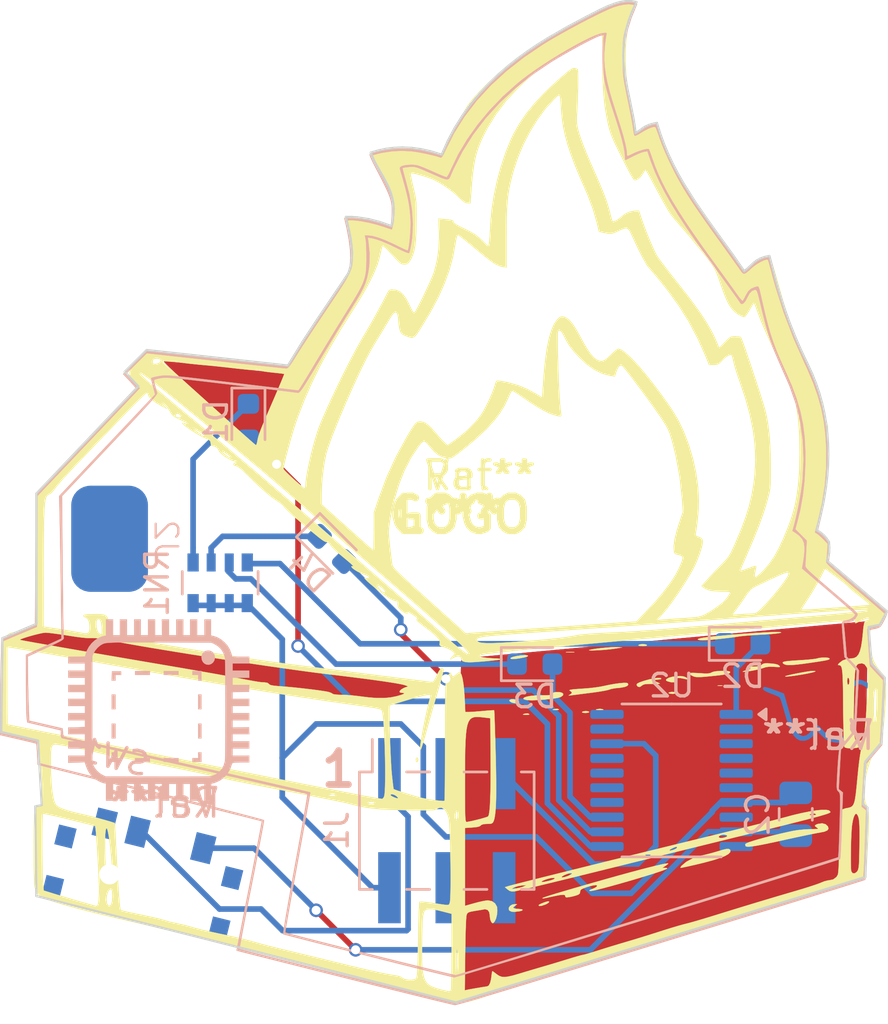
<source format=kicad_pcb>
(kicad_pcb (version 20240108) (generator "pcbnew") (generator_version "8.0")
  (layers (0 "F.Cu" signal) (31 "B.Cu" signal) (34 "B.Paste" user) (35 "F.Paste" user) (36 "B.SilkS" user "B.Silkscreen") (37 "F.SilkS" user "F.Silkscreen") (38 "B.Mask" user) (39 "F.Mask" user) (44 "Edge.Cuts" user))
  (net 0 "")
  (net 1 "A")
  (net 2 "VCC")
  (net 3 "Net-(D1-K)")
  (net 4 "D")
  (net 5 "Net-(D2-K)")
  (net 6 "+3V3")
  (net 7 "VSS")
  (net 8 "Net-(D3-K)")
  (net 9 "C")
  (net 10 "B")
  (net 11 "Net-(D4-K)")
  (net 12 "SWIO")
  (footprint "SAO:dumpsterFireMiddle" (layer "F.Cu") (at 146.5 101.5)
    (property "Reference" "Ref**" (at 0 0 0) (layer "F.SilkS") (effects (font (size 1.27 1.27))))
    (property "Value" "Val**" (at 0 0 0) (layer "F.SilkS") (effects (font (size 1.27 1.27))))
  )
  (footprint "LOGO" (layer "F.Cu") (at 145 103.25)
    (property "Reference" "G***" (at 0 0 0) (layer "F.SilkS") (effects (font (size 1.524 1.524) (thickness 0.3))))
    (property "Value" "LOGO" (at 0.75 0 0) (layer "F.SilkS") (effects (font (size 1.524 1.524) (thickness 0.3))))
  )
  (footprint "LOGO" (layer "F.Cu") (at 145 103.25)
    (property "Reference" "G***" (at 0 0 0) (layer "F.SilkS") (effects (font (size 1.524 1.524) (thickness 0.3))))
    (property "Value" "LOGO" (at 0.75 0 0) (layer "F.SilkS") (effects (font (size 1.524 1.524) (thickness 0.3))))
    (fp_poly (pts (xy -12.440219 -6.804561) (xy -12.30977 -6.794006) (xy -12.109993 -6.775831) (xy -11.848311 -6.750771) (xy -11.532148 -6.719558) (xy -11.168929 -6.682928) (xy -10.766078 -6.641614) (xy -10.33102 -6.59635) (xy -9.871177 -6.54787) (xy -9.81758 -6.542179) (xy -9.356825 -6.493268) (xy -8.921159 -6.447114) (xy -8.51785 -6.404481) (xy -8.15417 -6.366133) (xy -7.837388 -6.332834) (xy -7.574774 -6.305348) (xy -7.373599 -6.284439) (xy -7.241131 -6.270871) (xy -7.184643 -6.265408) (xy -7.183261 -6.265333) (xy -7.154833 -6.233139) (xy -7.154333 -6.225833) (xy -7.17079 -6.178838) (xy -7.217475 -6.063876) (xy -7.290356 -5.890406) (xy -7.385405 -5.667888) (xy -7.498591 -5.405782) (xy -7.625883 -5.113545) (xy -7.708933 -4.924083) (xy -7.868796 -4.559599) (xy -7.997952 -4.26298) (xy -8.100089 -4.024724) (xy -8.178893 -3.835329) (xy -8.238052 -3.685295) (xy -8.281251 -3.56512) (xy -8.312178 -3.465302) (xy -8.33452 -3.376339) (xy -8.351964 -3.288731) (xy -8.358881 -3.249083) (xy -8.383087 -3.14828) (xy -8.409577 -3.095942) (xy -8.415668 -3.09375) (xy -8.451493 -3.121888) (xy -8.54494 -3.201962) (xy -8.690701 -3.32927) (xy -8.883469 -3.499105) (xy -9.117936 -3.706764) (xy -9.388795 -3.947542) (xy -9.690738 -4.216735) (xy -10.018456 -4.509637) (xy -10.366643 -4.821544) (xy -10.505178 -4.945834) (xy -10.945851 -5.342497) (xy -11.334957 -5.695108) (xy -11.67085 -6.002126) (xy -11.95188 -6.262007) (xy -12.1764 -6.47321) (xy -12.342762 -6.634193) (xy -12.449319 -6.743415) (xy -12.494422 -6.799332) (xy -12.493913 -6.806763) (xy -12.440219 -6.804561)) (stroke (width 0.01)) (fill solid) (layer "F.Cu"))
    (fp_poly (pts (xy -15.793432 5.336157) (xy -15.311011 5.408097) (xy -14.809956 5.482787) (xy -14.304908 5.558046) (xy -13.81051 5.631693) (xy -13.341401 5.701548) (xy -12.912224 5.765431) (xy -12.537619 5.821159) (xy -12.234333 5.866241) (xy -11.152307 6.027038) (xy -10.108522 6.182264) (xy -9.105595 6.331529) (xy -8.14614 6.474439) (xy -7.232773 6.610604) (xy -6.368108 6.73963) (xy -5.554762 6.861126) (xy -4.795349 6.9747) (xy -4.092484 7.07996) (xy -3.448782 7.176513) (xy -2.866859 7.263967) (xy -2.34933 7.341931) (xy -1.89881 7.410013) (xy -1.517914 7.467819) (xy -1.209258 7.514959) (xy -0.975456 7.55104) (xy -0.819124 7.57567) (xy -0.742877 7.588457) (xy -0.735381 7.590174) (xy -0.766521 7.609695) (xy -0.865624 7.651384) (xy -1.020242 7.710907) (xy -1.217926 7.783926) (xy -1.446229 7.866105) (xy -1.692702 7.95311) (xy -1.944897 8.040603) (xy -2.190366 8.124248) (xy -2.41666 8.19971) (xy -2.611333 8.262651) (xy -2.761934 8.308737) (xy -2.856017 8.333631) (xy -2.878666 8.336752) (xy -2.930548 8.329528) (xy -3.061934 8.309423) (xy -3.268751 8.277091) (xy -3.546926 8.233183) (xy -3.892386 8.178352) (xy -4.301058 8.11325) (xy -4.768867 8.038531) (xy -5.291741 7.954847) (xy -5.865606 7.86285) (xy -6.486388 7.763194) (xy -7.150016 7.65653) (xy -7.852414 7.543511) (xy -8.58951 7.424791) (xy -9.357231 7.301021) (xy -10.151503 7.172854) (xy -10.968252 7.040942) (xy -11.144187 7.012512) (xy -11.963544 6.879979) (xy -12.760321 6.750868) (xy -13.530513 6.625837) (xy -14.270116 6.505545) (xy -14.975125 6.390651) (xy -15.641535 6.281813) (xy -16.265341 6.17969) (xy -16.842539 6.08494) (xy -17.369123 5.998223) (xy -17.84109 5.920196) (xy -18.254434 5.851519) (xy -18.60515 5.792851) (xy -18.889234 5.744849) (xy -19.102681 5.708172) (xy -19.241486 5.68348) (xy -19.301645 5.671431) (xy -19.303937 5.670506) (xy -19.268378 5.644152) (xy -19.169928 5.586032) (xy -19.020993 5.503095) (xy -18.833978 5.402289) (xy -18.682682 5.32253) (xy -18.061365 4.997881) (xy -15.793432 5.336157)) (stroke (width 0.01)) (fill solid) (layer "F.Cu"))
    (fp_poly (pts (xy 18.691254 4.750342) (xy 18.692075 4.874373) (xy 18.690973 5.070962) (xy 18.688084 5.334071) (xy 18.683543 5.657664) (xy 18.677487 6.035704) (xy 18.670052 6.462156) (xy 18.661372 6.930982) (xy 18.651586 7.436146) (xy 18.640828 7.971611) (xy 18.629234 8.531342) (xy 18.616941 9.109301) (xy 18.604085 9.699453) (xy 18.590801 10.29576) (xy 18.577226 10.892186) (xy 18.563495 11.482695) (xy 18.549744 12.061251) (xy 18.536111 12.621816) (xy 18.522729 13.158355) (xy 18.509737 13.664831) (xy 18.497269 14.135207) (xy 18.485461 14.563447) (xy 18.47445 14.943514) (xy 18.464371 15.269373) (xy 18.455361 15.534986) (xy 18.447555 15.734317) (xy 18.44109 15.86133) (xy 18.436102 15.909988) (xy 18.435922 15.910231) (xy 18.393588 15.924635) (xy 18.274707 15.962189) (xy 18.083773 16.021531) (xy 17.825278 16.101294) (xy 17.503716 16.200115) (xy 17.123579 16.31663) (xy 16.689362 16.449474) (xy 16.205557 16.597284) (xy 15.676657 16.758694) (xy 15.107156 16.93234) (xy 14.501546 17.116859) (xy 13.864321 17.310885) (xy 13.199974 17.513055) (xy 12.512997 17.722005) (xy 11.807885 17.936369) (xy 11.08913 18.154784) (xy 10.361226 18.375885) (xy 9.628665 18.598309) (xy 8.895941 18.82069) (xy 8.167547 19.041664) (xy 7.447975 19.259868) (xy 6.74172 19.473937) (xy 6.053274 19.682506) (xy 5.38713 19.884212) (xy 4.747782 20.077689) (xy 4.139723 20.261574) (xy 3.567445 20.434503) (xy 3.035443 20.59511) (xy 2.548208 20.742033) (xy 2.110235 20.873906) (xy 1.726016 20.989365) (xy 1.400045 21.087046) (xy 1.136814 21.165585) (xy 0.940817 21.223617) (xy 0.840687 21.25285) (xy 0.728873 21.285116) (xy 0.703799 20.305142) (xy 0.700807 20.14938) (xy 0.697701 19.914499) (xy 0.694513 19.606045) (xy 0.691274 19.229565) (xy 0.688014 18.790605) (xy 0.684763 18.294712) (xy 0.681553 17.747433) (xy 0.678414 17.154315) (xy 0.675376 16.520904) (xy 0.672471 15.852747) (xy 0.669729 15.155391) (xy 0.667181 14.434383) (xy 0.664857 13.69527) (xy 0.662788 12.943597) (xy 0.66252 12.837584) (xy 0.660399 11.967887) (xy 0.658608 11.178963) (xy 0.65718 10.466917) (xy 0.656146 9.827855) (xy 0.655536 9.257882) (xy 0.655383 8.753105) (xy 0.655717 8.30963) (xy 0.656571 7.923562) (xy 0.657975 7.591007) (xy 0.65996 7.308072) (xy 0.662559 7.070862) (xy 0.665802 6.875483) (xy 0.669721 6.718041) (xy 0.674347 6.594642) (xy 0.679711 6.501391) (xy 0.685846 6.434396) (xy 0.692781 6.389761) (xy 0.700549 6.363592) (xy 0.709181 6.351996) (xy 0.714741 6.350413) (xy 0.762916 6.346592) (xy 0.891481 6.33529) (xy 1.096521 6.316867) (xy 1.374124 6.291683) (xy 1.720375 6.260099) (xy 2.131363 6.222475) (xy 2.603172 6.179172) (xy 3.131891 6.13055) (xy 3.713604 6.07697) (xy 4.3444 6.018792) (xy 5.020364 5.956376) (xy 5.737584 5.890083) (xy 6.492145 5.820273) (xy 7.280134 5.747307) (xy 8.097638 5.671545) (xy 8.940743 5.593347) (xy 9.728459 5.520232) (xy 10.590666 5.440251) (xy 11.430389 5.362508) (xy 12.243746 5.287354) (xy 13.026853 5.215145) (xy 13.775829 5.146232) (xy 14.486793 5.08097) (xy 15.155861 5.019712) (xy 15.779151 4.96281) (xy 16.352783 4.910618) (xy 16.872872 4.86349) (xy 17.335538 4.821779) (xy 17.736898 4.785837) (xy 18.073069 4.756018) (xy 18.340171 4.732676) (xy 18.53432 4.716163) (xy 18.651635 4.706834) (xy 18.688373 4.704903) (xy 18.691254 4.750342)) (stroke (width 0.01)) (fill solid) (layer "F.Cu"))
  )
  (footprint "LOGO" (layer "F.Cu") (at 145 103.25)
    (property "Reference" "G***" (at 0 0 0) (layer "F.SilkS") (effects (font (size 1.524 1.524) (thickness 0.3))))
    (property "Value" "LOGO" (at 0.75 0 0) (layer "F.SilkS") (effects (font (size 1.524 1.524) (thickness 0.3))))
  )
  (footprint "LOGO" (layer "F.Cu") (at 145 103.25)
    (property "Reference" "G***" (at 0 0 0) (layer "F.SilkS") (effects (font (size 1.524 1.524) (thickness 0.3))))
    (property "Value" "LOGO" (at 0.75 0 0) (layer "F.SilkS") (effects (font (size 1.524 1.524) (thickness 0.3))))
  )
  (footprint "Connector_PinHeader_2.54mm:PinHeader_2x03_P2.54mm_Vertical_SMD" (layer "B.Cu") (at 145.04 117.225 -90)
    (property "Reference" "J1" (at 0 4.87 90) (layer "B.SilkS") (effects (justify mirror)))
    (property "Value" "Conn_02x03_Odd_Even")
    (pad "1" smd rect (at -2.525 2.54 270) (size 3.15 1) (layers "B.Cu" "B.Paste" "B.Mask") (net 6 "+3V3"))
    (pad "2" smd rect (at 2.525 2.54 270) (size 3.15 1) (layers "B.Cu" "B.Paste" "B.Mask") (net 7 "VSS"))
    (pad "3" smd rect (at -2.525 0 270) (size 3.15 1) (layers "B.Cu" "B.Paste" "B.Mask"))
    (pad "4" smd rect (at 2.525 0 270) (size 3.15 1) (layers "B.Cu" "B.Paste" "B.Mask"))
    (pad "5" smd rect (at -2.525 -2.54 270) (size 3.15 1) (layers "B.Cu" "B.Paste" "B.Mask") (net 12 "SWIO"))
    (pad "6" smd rect (at 2.525 -2.54 270) (size 3.15 1) (layers "B.Cu" "B.Paste" "B.Mask"))
  )
  (footprint "Resistor_SMD:R_Array_Convex_4x0603" (layer "B.Cu") (at 135 106.25 -90)
    (property "Reference" "RN1" (at 0 2.8 90) (layer "B.SilkS") (effects (justify mirror)))
    (property "Value" "330")
    (pad "1" smd rect (at -0.9 1.2 270) (size 0.8 0.5) (layers "B.Cu" "B.Paste" "B.Mask") (net 3 "Net-(D1-K)"))
    (pad "2" smd rect (at -0.9 0.4 270) (size 0.8 0.4) (layers "B.Cu" "B.Paste" "B.Mask") (net 11 "Net-(D4-K)"))
    (pad "3" smd rect (at -0.9 -0.4 270) (size 0.8 0.4) (layers "B.Cu" "B.Paste" "B.Mask") (net 8 "Net-(D3-K)"))
    (pad "4" smd rect (at -0.9 -1.2 270) (size 0.8 0.5) (layers "B.Cu" "B.Paste" "B.Mask") (net 5 "Net-(D2-K)"))
    (pad "5" smd rect (at 0.9 -1.2 270) (size 0.8 0.5) (layers "B.Cu" "B.Paste" "B.Mask") (net 7 "VSS"))
    (pad "6" smd rect (at 0.9 -0.4 270) (size 0.8 0.4) (layers "B.Cu" "B.Paste" "B.Mask") (net 7 "VSS"))
    (pad "7" smd rect (at 0.9 0.4 270) (size 0.8 0.4) (layers "B.Cu" "B.Paste" "B.Mask") (net 7 "VSS"))
    (pad "8" smd rect (at 0.9 1.2 270) (size 0.8 0.5) (layers "B.Cu" "B.Paste" "B.Mask") (net 7 "VSS"))
  )
  (footprint "BreadBoardPwr:SK-3296S_switch" (layer "B.Cu") (at 131.552751 119.517554 -14)
    (property "Reference" "SW1" (at -2.54 -5.08 166) (layer "B.SilkS") (effects (justify mirror)))
    (property "Value" "SW_SPDT")
    (pad "" np_thru_hole circle (at -1.5 0 346) (size 0.9 0.9) (drill 0.9) (layers "*.Cu" "*.Mask"))
    (pad "" np_thru_hole circle (at 1.5 0 346) (size 0.9 0.9) (drill 0.9) (layers "*.Cu" "*.Mask"))
    (pad "1" smd rect (at -2.25 -2.125 346) (size 0.9 1.25) (layers "B.Cu" "B.Paste" "B.Mask"))
    (pad "2" smd rect (at -0.75 -2.125 346) (size 0.9 1.25) (layers "B.Cu" "B.Paste" "B.Mask") (net 6 "+3V3"))
    (pad "3" smd rect (at 2.25 -2.125 346) (size 0.9 1.25) (layers "B.Cu" "B.Paste" "B.Mask") (net 2 "VCC"))
    (pad "4" smd rect (at -3.8 -1.15 346) (size 0.8 0.9) (layers "B.Cu" "B.Paste" "B.Mask"))
    (pad "4" smd rect (at -3.8 1.15 346) (size 0.8 0.9) (layers "B.Cu" "B.Paste" "B.Mask"))
    (pad "4" smd rect (at 3.8 1.15 346) (size 0.8 0.9) (layers "B.Cu" "B.Paste" "B.Mask"))
    (pad "4" smd rect (at 3.81 -1.15 346) (size 0.8 0.9) (layers "B.Cu" "B.Paste" "B.Mask"))
  )
  (footprint "NFCBuisness:W" (layer "B.Cu") (at 161.5 113 180)
    (property "Reference" "Ref**" (at 0 0 0) (layer "B.SilkS") (effects (font (size 1.27 1.27)) (justify mirror)))
    (property "Value" "Val**" (at 0 0 0) (layer "B.SilkS") (effects (font (size 1.27 1.27)) (justify mirror)))
    (fp_poly (pts (xy -1.630587 2.420899) (xy -1.447524 2.328559) (xy -1.311592 2.194757) (xy -1.304211 2.183555) (xy -1.265704 2.11344) (xy -1.244213 2.038839) (xy -1.23774 1.938094) (xy -1.244287 1.789546) (xy -1.255088 1.651) (xy -1.268682 1.442824) (xy -1.279873 1.184894) (xy -1.287394 0.912114) (xy -1.289962 0.690936) (xy -1.289221 0.458958) (xy -1.284387 0.294975) (xy -1.273305 0.182336) (xy -1.25382 0.10439) (xy -1.223775 0.044488) (xy -1.202268 0.013603) (xy -1.116398 -0.071274) (xy -1.002822 -0.111004) (xy -0.929984 -0.119227) (xy -0.68211 -0.100096) (xy -0.454281 -0.00289) (xy -0.240656 0.175182) (xy -0.185776 0.236175) (xy -0.081108 0.349759) (xy 0.009066 0.431822) (xy 0.066141 0.465547) (xy 0.068112 0.465666) (xy 0.123755 0.432548) (xy 0.197182 0.348904) (xy 0.229505 0.301607) (xy 0.376869 0.110873) (xy 0.526913 -0.003226) (xy 0.674284 -0.03902) (xy 0.813631 0.005163) (xy 0.907971 0.089777) (xy 0.988653 0.198585) (xy 1.058934 0.326542) (xy 1.126082 0.490779) (xy 1.197364 0.708426) (xy 1.255985 0.910166) (xy 1.31545 1.12099) (xy 1.377683 1.340443) (xy 1.431333 1.528529) (xy 1.442246 1.566558) (xy 1.521416 1.84195) (xy 1.949565 2.005418) (xy 2.167567 2.084028) (xy 2.315998 2.126297) (xy 2.401001 2.133773) (xy 2.422145 2.124455) (xy 2.452677 2.065526) (xy 2.41974 2.005855) (xy 2.317286 1.940366) (xy 2.13927 1.863979) (xy 2.089887 1.8454) (xy 1.930263 1.78316) (xy 1.799296 1.726134) (xy 1.71927 1.684217) (xy 1.708527 1.676067) (xy 1.680315 1.619963) (xy 1.636526 1.498254) (xy 1.582553 1.327363) (xy 1.52379 1.123712) (xy 1.507251 1.063196) (xy 1.396737 0.68139) (xy 1.290651 0.376432) (xy 1.184846 0.140938) (xy 1.075173 -0.032475) (xy 0.957485 -0.15119) (xy 0.827635 -0.222591) (xy 0.776069 -0.238398) (xy 0.602379 -0.241191) (xy 0.418574 -0.174646) (xy 0.246259 -0.047924) (xy 0.192569 0.009056) (xy 0.041511 0.185533) (xy -0.128458 0.008645) (xy -0.312966 -0.157866) (xy -0.496288 -0.260737) (xy -0.709082 -0.314778) (xy -0.823587 -0.327186) (xy -0.981029 -0.333485) (xy -1.090094 -0.317957) (xy -1.185756 -0.27362) (xy -1.227666 -0.246552) (xy -1.355913 -0.118677) (xy -1.447302 0.068507) (xy -1.502345 0.318683) (xy -1.521551 0.635539) (xy -1.505431 1.022758) (xy -1.460818 1.436924) (xy -1.432055 1.688127) (xy -1.424811 1.871541) (xy -1.442863 2.002167) (xy -1.489991 2.095003) (xy -1.569973 2.165049) (xy -1.656298 2.212878) (xy -1.801342 2.257899) (xy -1.939703 2.239415) (xy -2.087459 2.15265) (xy -2.203421 2.05035) (xy -2.298884 1.96489) (xy -2.361491 1.934189) (xy -2.413708 1.94891) (xy -2.426473 1.957639) (xy -2.473927 2.002339) (xy -2.467648 2.051331) (xy -2.429475 2.110518) (xy -2.32004 2.223928) (xy -2.167499 2.330713) (xy -2.002595 2.413218) (xy -1.856072 2.453788) (xy -1.829026 2.455333) (xy -1.630587 2.420899)) (stroke (width 0.01)) (fill solid) (layer "B.Cu"))
  )
  (footprint "LED_SMD:LED_0603_1608Metric" (layer "B.Cu") (at 136.25 99.1125 -90)
    (property "Reference" "D1" (at 0 1.43 90) (layer "B.SilkS") (effects (justify mirror)))
    (property "Value" "LED_Small")
    (pad "1" smd roundrect (at -0.7875 0 270) (size 0.875 0.95) (layers "B.Cu" "B.Paste" "B.Mask") (net 3 "Net-(D1-K)"))
    (pad "2" smd roundrect (at 0.7875 0 270) (size 0.875 0.95) (layers "B.Cu" "B.Paste" "B.Mask") (net 1 "A"))
  )
  (footprint "LED_SMD:LED_0603_1608Metric" (layer "B.Cu") (at 158.15 108.95)
    (property "Reference" "D2" (at 0 1.43 0) (layer "B.SilkS") (effects (justify mirror)))
    (property "Value" "LED_Small")
    (pad "1" smd roundrect (at -0.7875 0) (size 0.875 0.95) (layers "B.Cu" "B.Paste" "B.Mask") (net 5 "Net-(D2-K)"))
    (pad "2" smd roundrect (at 0.7875 0) (size 0.875 0.95) (layers "B.Cu" "B.Paste" "B.Mask") (net 4 "D"))
  )
  (footprint "LED_SMD:LED_0603_1608Metric" (layer "B.Cu") (at 148.9375 109.85)
    (property "Reference" "D3" (at 0 1.43 0) (layer "B.SilkS") (effects (justify mirror)))
    (property "Value" "LED_Small")
    (pad "1" smd roundrect (at -0.7875 0) (size 0.875 0.95) (layers "B.Cu" "B.Paste" "B.Mask") (net 8 "Net-(D3-K)"))
    (pad "2" smd roundrect (at 0.7875 0) (size 0.875 0.95) (layers "B.Cu" "B.Paste" "B.Mask") (net 9 "C"))
  )
  (footprint "LED_SMD:LED_0603_1608Metric" (layer "B.Cu") (at 139.95 104.75 -45)
    (property "Reference" "D4" (at 0 1.43 135) (layer "B.SilkS") (effects (justify mirror)))
    (property "Value" "LED_Small")
    (pad "1" smd roundrect (at -0.787501 0 315) (size 0.875 0.95) (layers "B.Cu" "B.Paste" "B.Mask") (net 11 "Net-(D4-K)"))
    (pad "2" smd roundrect (at 0.787501 0 315) (size 0.875 0.95) (layers "B.Cu" "B.Paste" "B.Mask") (net 10 "B"))
  )
  (footprint "UE_Misc:TestPoint_5016" (layer "B.Cu") (at 130.1 104.3 90)
    (property "Reference" "J2" (at 0 2.5 -90) (layer "B.SilkS") (effects (font (thickness 0.1)) (justify mirror)))
    (property "Value" "Conn_01x01")
    (pad "1" smd roundrect (at 0 0 90) (size 4.7 3.4) (layers "B.Cu" "B.Paste" "B.Mask"))
  )
  (footprint "UE-Logo:UELogoVsmall" (layer "B.Cu") (at 132.5 116 180)
    (property "Reference" "Ref**" (at 0 0 0) (layer "B.SilkS") (effects (font (size 1.27 1.27)) (justify mirror)))
    (property "Value" "Val**" (at 0 0 0) (layer "B.SilkS") (effects (font (size 1.27 1.27)) (justify mirror)))
  )
  (footprint "Capacitor_SMD:C_0805_2012Metric" (layer "B.Cu") (at 160.5 116.5 -90)
    (property "Reference" "C2" (at 0 1.68 90) (layer "B.SilkS") (effects (justify mirror)))
    (property "Value" "C_Small")
    (pad "1" smd roundrect (at -0.95 0 270) (size 1 1.45) (layers "B.Cu" "B.Paste" "B.Mask") (net 7 "VSS"))
    (pad "2" smd roundrect (at 0.95 0 270) (size 1 1.45) (layers "B.Cu" "B.Paste" "B.Mask") (net 2 "VCC"))
  )
  (footprint "Package_SO:TSSOP-20_4.4x6.5mm_P0.65mm" (layer "B.Cu") (at 155 115 180)
    (property "Reference" "U2" (at 0 4.2 0) (layer "B.SilkS") (effects (justify mirror)))
    (property "Value" "CH32V003FxPx")
    (pad "1" smd roundrect (at -2.8625 2.925 180) (size 1.475 0.4) (layers "B.Cu" "B.Paste" "B.Mask") (net 4 "D"))
    (pad "2" smd roundrect (at -2.8625 2.275 180) (size 1.475 0.4) (layers "B.Cu" "B.Paste" "B.Mask"))
    (pad "3" smd roundrect (at -2.8625 1.625 180) (size 1.475 0.4) (layers "B.Cu" "B.Paste" "B.Mask"))
    (pad "4" smd roundrect (at -2.8625 0.975 180) (size 1.475 0.4) (layers "B.Cu" "B.Paste" "B.Mask"))
    (pad "5" smd roundrect (at -2.8625 0.325 180) (size 1.475 0.4) (layers "B.Cu" "B.Paste" "B.Mask"))
    (pad "6" smd roundrect (at -2.8625 -0.325 180) (size 1.475 0.4) (layers "B.Cu" "B.Paste" "B.Mask"))
    (pad "7" smd roundrect (at -2.8625 -0.975 180) (size 1.475 0.4) (layers "B.Cu" "B.Paste" "B.Mask") (net 7 "VSS"))
    (pad "8" smd roundrect (at -2.8625 -1.625 180) (size 1.475 0.4) (layers "B.Cu" "B.Paste" "B.Mask"))
    (pad "9" smd roundrect (at -2.8625 -2.275 180) (size 1.475 0.4) (layers "B.Cu" "B.Paste" "B.Mask") (net 2 "VCC"))
    (pad "10" smd roundrect (at -2.8625 -2.925 180) (size 1.475 0.4) (layers "B.Cu" "B.Paste" "B.Mask"))
    (pad "11" smd roundrect (at 2.8625 -2.925 180) (size 1.475 0.4) (layers "B.Cu" "B.Paste" "B.Mask") (net 1 "A"))
    (pad "12" smd roundrect (at 2.8625 -2.275 180) (size 1.475 0.4) (layers "B.Cu" "B.Paste" "B.Mask") (net 10 "B"))
    (pad "13" smd roundrect (at 2.8625 -1.625 180) (size 1.475 0.4) (layers "B.Cu" "B.Paste" "B.Mask") (net 9 "C"))
    (pad "14" smd roundrect (at 2.8625 -0.975 180) (size 1.475 0.4) (layers "B.Cu" "B.Paste" "B.Mask"))
    (pad "15" smd roundrect (at 2.8625 -0.325 180) (size 1.475 0.4) (layers "B.Cu" "B.Paste" "B.Mask"))
    (pad "16" smd roundrect (at 2.8625 0.325 180) (size 1.475 0.4) (layers "B.Cu" "B.Paste" "B.Mask"))
    (pad "17" smd roundrect (at 2.8625 0.975 180) (size 1.475 0.4) (layers "B.Cu" "B.Paste" "B.Mask"))
    (pad "18" smd roundrect (at 2.8625 1.625 180) (size 1.475 0.4) (layers "B.Cu" "B.Paste" "B.Mask") (net 12 "SWIO"))
    (pad "19" smd roundrect (at 2.8625 2.275 180) (size 1.475 0.4) (layers "B.Cu" "B.Paste" "B.Mask"))
    (pad "20" smd roundrect (at 2.8625 2.925 180) (size 1.475 0.4) (layers "B.Cu" "B.Paste" "B.Mask"))
  )
  (gr_line (start 159.641321 92.962147) (end 159.818653 93.554693) (stroke (width 0.1)) (layer "Edge.Cuts"))
  (gr_line (start 160.745263 95.975015) (end 161.043133 96.600924) (stroke (width 0.1)) (layer "Edge.Cuts"))
  (gr_line (start 161.860926 104.281911) (end 161.969602 104.439742) (stroke (width 0.1)) (layer "Edge.Cuts"))
  (gr_line (start 153.402735 86.340729) (end 153.588824 86.219886) (stroke (width 0.1)) (layer "Edge.Cuts"))
  (gr_line (start 158.784487 91.972216) (end 158.932537 91.891914) (stroke (width 0.1)) (layer "Edge.Cuts"))
  (gr_line (start 164.302363 113.318314) (end 163.588459 114.162935) (stroke (width 0.1)) (layer "Edge.Cuts"))
  (gr_line (start 127.093808 116.093497) (end 126.9279 113.237872) (stroke (width 0.1)) (layer "Edge.Cuts"))
  (gr_line (start 145.090186 86.678776) (end 145.398321 86.101634) (stroke (width 0.1)) (layer "Edge.Cuts"))
  (gr_line (start 152.971803 80.496003) (end 153.210623 80.495807) (stroke (width 0.1)) (layer "Edge.Cuts"))
  (gr_line (start 163.729228 108.210371) (end 163.859943 109.829227) (stroke (width 0.1)) (layer "Edge.Cuts"))
  (gr_line (start 147.74682 83.378901) (end 148.186827 83.031689) (stroke (width 0.1)) (layer "Edge.Cuts"))
  (gr_line (start 154.495521 86.36587) (end 154.66459 86.828162) (stroke (width 0.1)) (layer "Edge.Cuts"))
  (gr_line (start 161.944555 105.095893) (end 161.889162 105.274308) (stroke (width 0.1)) (layer "Edge.Cuts"))
  (gr_line (start 153.588824 86.219886) (end 153.759354 86.09665) (stroke (width 0.1)) (layer "Edge.Cuts"))
  (gr_line (start 142.410586 88.630609) (end 142.217806 88.26848) (stroke (width 0.1)) (layer "Edge.Cuts"))
  (gr_line (start 141.823976 87.568244) (end 141.671542 87.204538) (stroke (width 0.1)) (layer "Edge.Cuts"))
  (gr_line (start 152.87875 83.262707) (end 152.912901 83.612876) (stroke (width 0.1)) (layer "Edge.Cuts"))
  (gr_line (start 152.458079 80.61302) (end 152.72234 80.536201) (stroke (width 0.1)) (layer "Edge.Cuts"))
  (gr_line (start 152.875258 82.54038) (end 152.864786 82.905689) (stroke (width 0.1)) (layer "Edge.Cuts"))
  (gr_line (start 153.210623 80.495807) (end 153.442955 80.53899) (stroke (width 0.1)) (layer "Edge.Cuts"))
  (gr_line (start 158.217041 92.45348) (end 158.337485 92.360437) (stroke (width 0.1)) (layer "Edge.Cuts"))
  (gr_line (start 142.685499 89.67362) (end 142.666332 89.442882) (stroke (width 0.1)) (layer "Edge.Cuts"))
  (gr_line (start 142.343291 87.036883) (end 142.701802 86.990784) (stroke (width 0.1)) (layer "Edge.Cuts"))
  (gr_line (start 142.014167 87.918625) (end 141.823976 87.568244) (stroke (width 0.1)) (layer "Edge.Cuts"))
  (gr_line (start 164.543684 107.516575) (end 164.221924 108.109819) (stroke (width 0.1)) (layer "Edge.Cuts"))
  (gr_line (start 140.82406 90.053353) (end 141.07782 90.070815) (stroke (width 0.1)) (layer "Edge.Cuts"))
  (gr_line (start 161.588963 104.016309) (end 161.735564 104.139376) (stroke (width 0.1)) (layer "Edge.Cuts"))
  (gr_line (start 140.775505 90.99864) (end 140.713837 90.683424) (stroke (width 0.1)) (layer "Edge.Cuts"))
  (gr_line (start 149.515812 82.13681) (end 150.372102 81.644546) (stroke (width 0.1)) (layer "Edge.Cuts"))
  (gr_line (start 145.398321 86.101634) (end 145.736446 85.562732) (stroke (width 0.1)) (layer "Edge.Cuts"))
  (gr_line (start 161.547019 97.862289) (end 161.668963 98.296908) (stroke (width 0.1)) (layer "Edge.Cuts"))
  (gr_line (start 160.47626 95.359096) (end 160.745263 95.975015) (stroke (width 0.1)) (layer "Edge.Cuts"))
  (gr_line (start 154.347906 85.888254) (end 154.495521 86.36587) (stroke (width 0.1)) (layer "Edge.Cuts"))
  (gr_line (start 145.736446 85.562732) (end 146.100842 85.060271) (stroke (width 0.1)) (layer "Edge.Cuts"))
  (gr_line (start 152.864786 82.905689) (end 152.87875 83.262707) (stroke (width 0.1)) (layer "Edge.Cuts"))
  (gr_line (start 126.854005 120.1162) (end 126.80724 116.148797) (stroke (width 0.1)) (layer "Edge.Cuts"))
  (gr_line (start 164.221924 108.109819) (end 163.729228 108.210371) (stroke (width 0.1)) (layer "Edge.Cuts"))
  (gr_line (start 152.914419 82.165338) (end 152.875258 82.54038) (stroke (width 0.1)) (layer "Edge.Cuts"))
  (gr_line (start 138.654191 95.571759) (end 139.325496 94.5527) (stroke (width 0.1)) (layer "Edge.Cuts"))
  (gr_line (start 138.003491 96.632029) (end 138.654191 95.571759) (stroke (width 0.1)) (layer "Edge.Cuts"))
  (gr_line (start 141.07782 90.070815) (end 141.58327 90.149194) (stroke (width 0.1)) (layer "Edge.Cuts"))
  (gr_line (start 159.335188 91.780488) (end 159.641321 92.962147) (stroke (width 0.1)) (layer "Edge.Cuts"))
  (gr_line (start 131.372213 97.552062) (end 130.768913 96.908542) (stroke (width 0.1)) (layer "Edge.Cuts"))
  (gr_line (start 142.495307 88.820275) (end 142.410586 88.630609) (stroke (width 0.1)) (layer "Edge.Cuts"))
  (gr_line (start 156.560807 90.138169) (end 157.116002 90.907713) (stroke (width 0.1)) (layer "Edge.Cuts"))
  (gr_line (start 142.586939 90.457841) (end 142.648841 90.1795) (stroke (width 0.1)) (layer "Edge.Cuts"))
  (gr_line (start 125.298989 112.855782) (end 125.349264 108.703065) (stroke (width 0.1)) (layer "Edge.Cuts"))
  (gr_line (start 163.588459 114.162935) (end 163.487909 116.053275) (stroke (width 0.1)) (layer "Edge.Cuts"))
  (gr_line (start 161.942093 100.560236) (end 161.93073 101.028461) (stroke (width 0.1)) (layer "Edge.Cuts"))
  (gr_line (start 153.861766 86.03767) (end 153.987867 85.982334) (stroke (width 0.1)) (layer "Edge.Cuts"))
  (gr_line (start 153.246535 80.967388) (end 153.095807 81.380284) (stroke (width 0.1)) (layer "Edge.Cuts"))
  (gr_line (start 161.844964 99.185258) (end 161.8994 99.638279) (stroke (width 0.1)) (layer "Edge.Cuts"))
  (gr_line (start 153.303682 85.650824) (end 153.360118 85.993432) (stroke (width 0.1)) (layer "Edge.Cuts"))
  (gr_line (start 145.446561 124.830107) (end 145.446561 124.830107) (stroke (width 0.1)) (layer "Edge.Cuts"))
  (gr_line (start 140.68315 92.544668) (end 140.779713 92.241319) (stroke (width 0.1)) (layer "Edge.Cuts"))
  (gr_line (start 140.56956 90.051421) (end 140.82406 90.053353) (stroke (width 0.1)) (layer "Edge.Cuts"))
  (gr_line (start 126.856772 108.070002) (end 126.856772 102.300689) (stroke (width 0.1)) (layer "Edge.Cuts"))
  (gr_line (start 158.932537 91.891914) (end 159.113105 91.82662) (stroke (width 0.1)) (layer "Edge.Cuts"))
  (gr_line (start 140.713837 90.683424) (end 140.56956 90.051421) (stroke (width 0.1)) (layer "Edge.Cuts"))
  (gr_line (start 154.66459 86.828162) (end 154.853208 87.276491) (stroke (width 0.1)) (layer "Edge.Cuts"))
  (gr_line (start 142.086211 90.280292) (end 142.586939 90.457841) (stroke (width 0.1)) (layer "Edge.Cuts"))
  (gr_line (start 146.893587 84.157486) (end 147.314501 83.753567) (stroke (width 0.1)) (layer "Edge.Cuts"))
  (gr_line (start 160.233743 94.751509) (end 160.47626 95.359096) (stroke (width 0.1)) (layer "Edge.Cuts"))
  (gr_line (start 161.735564 104.139376) (end 161.860926 104.281911) (stroke (width 0.1)) (layer "Edge.Cuts"))
  (gr_line (start 161.969602 104.439742) (end 161.988712 104.681995) (stroke (width 0.1)) (layer "Edge.Cuts"))
  (gr_line (start 163.585404 119.278043) (end 145.446561 124.830107) (stroke (width 0.1)) (layer "Edge.Cuts"))
  (gr_line (start 140.840901 91.624726) (end 140.820326 91.312592) (stroke (width 0.1)) (layer "Edge.Cuts"))
  (gr_line (start 161.768215 98.738016) (end 161.844964 99.185258) (stroke (width 0.1)) (layer "Edge.Cuts"))
  (gr_line (start 164.443135 110.452636) (end 164.302363 113.318314) (stroke (width 0.1)) (layer "Edge.Cuts"))
  (gr_line (start 140.82983 91.934487) (end 140.840901 91.624726) (stroke (width 0.1)) (layer "Edge.Cuts"))
  (gr_line (start 152.986518 81.77912) (end 152.914419 82.165338) (stroke (width 0.1)) (layer "Edge.Cuts"))
  (gr_line (start 152.912901 83.612876) (end 153.02476 84.298435) (stroke (width 0.1)) (layer "Edge.Cuts"))
  (gr_line (start 140.779713 92.241319) (end 140.82983 91.934487) (stroke (width 0.1)) (layer "Edge.Cuts"))
  (gr_line (start 140.820326 91.312592) (end 140.775505 90.99864) (stroke (width 0.1)) (layer "Edge.Cuts"))
  (gr_line (start 151.169941 81.218964) (end 151.86854 80.863015) (stroke (width 0.1)) (layer "Edge.Cuts"))
  (gr_line (start 144.342195 87.150301) (end 144.815758 87.295955) (stroke (width 0.1)) (layer "Edge.Cuts"))
  (gr_line (start 153.166355 84.973906) (end 153.303682 85.650824) (stroke (width 0.1)) (layer "Edge.Cuts"))
  (gr_line (start 157.116002 90.907713) (end 157.673162 91.675853) (stroke (width 0.1)) (layer "Edge.Cuts"))
  (gr_line (start 130.768913 96.908542) (end 131.743362 95.945777) (stroke (width 0.1)) (layer "Edge.Cuts"))
  (gr_line (start 152.72234 80.536201) (end 152.971803 80.496003) (stroke (width 0.1)) (layer "Edge.Cuts"))
  (gr_line (start 150.372102 81.644546) (end 151.169941 81.218964) (stroke (width 0.1)) (layer "Edge.Cuts"))
  (gr_line (start 163.678954 116.2041) (end 163.585404 119.278043) (stroke (width 0.1)) (layer "Edge.Cuts"))
  (gr_line (start 126.9279 113.237872) (end 125.298989 112.855782) (stroke (width 0.1)) (layer "Edge.Cuts"))
  (gr_line (start 147.314501 83.753567) (end 147.74682 83.378901) (stroke (width 0.1)) (layer "Edge.Cuts"))
  (gr_line (start 145.446561 124.830107) (end 126.854005 120.1162) (stroke (width 0.1)) (layer "Edge.Cuts"))
  (gr_line (start 142.680682 89.918626) (end 142.685499 89.67362) (stroke (width 0.1)) (layer "Edge.Cuts"))
  (gr_line (start 159.818653 93.554693) (end 160.015334 94.150594) (stroke (width 0.1)) (layer "Edge.Cuts"))
  (gr_line (start 126.80724 116.148797) (end 127.093808 116.093497) (stroke (width 0.1)) (layer "Edge.Cuts"))
  (gr_line (start 160.015334 94.150594) (end 160.233743 94.751509) (stroke (width 0.1)) (layer "Edge.Cuts"))
  (gr_line (start 153.360118 85.993432) (end 153.402735 86.340729) (stroke (width 0.1)) (layer "Edge.Cuts"))
  (gr_line (start 142.626218 89.224812) (end 142.568197 89.017809) (stroke (width 0.1)) (layer "Edge.Cuts"))
  (gr_line (start 158.337485 92.360437) (end 158.445453 92.261636) (stroke (width 0.1)) (layer "Edge.Cuts"))
  (gr_line (start 139.325496 94.5527) (end 140.68315 92.544668) (stroke (width 0.1)) (layer "Edge.Cuts"))
  (gr_line (start 141.671542 87.204538) (end 142.000662 87.109453) (stroke (width 0.1)) (layer "Edge.Cuts"))
  (gr_line (start 151.86854 80.863015) (end 152.174864 80.723085) (stroke (width 0.1)) (layer "Edge.Cuts"))
  (gr_line (start 142.701802 86.990784) (end 143.078573 86.975118) (stroke (width 0.1)) (layer "Edge.Cuts"))
  (gr_line (start 163.859943 109.829227) (end 164.443135 110.452636) (stroke (width 0.1)) (layer "Edge.Cuts"))
  (gr_line (start 146.100842 85.060271) (end 146.487795 84.592455) (stroke (width 0.1)) (layer "Edge.Cuts"))
  (gr_line (start 153.02476 84.298435) (end 153.166355 84.973906) (stroke (width 0.1)) (layer "Edge.Cuts"))
  (gr_line (start 161.931713 100.096723) (end 161.942093 100.560236) (stroke (width 0.1)) (layer "Edge.Cuts"))
  (gr_line (start 143.078573 86.975118) (end 143.475979 86.993842) (stroke (width 0.1)) (layer "Edge.Cuts"))
  (gr_line (start 161.988712 104.681995) (end 161.979051 104.899584) (stroke (width 0.1)) (layer "Edge.Cuts"))
  (gr_line (start 143.896394 87.050917) (end 144.342195 87.150301) (stroke (width 0.1)) (layer "Edge.Cuts"))
  (gr_line (start 146.487795 84.592455) (end 146.893587 84.157486) (stroke (width 0.1)) (layer "Edge.Cuts"))
  (gr_line (start 157.673162 91.675853) (end 158.217041 92.45348) (stroke (width 0.1)) (layer "Edge.Cuts"))
  (gr_line (start 125.349264 108.703065) (end 126.856772 108.070002) (stroke (width 0.1)) (layer "Edge.Cuts"))
  (gr_line (start 161.8994 99.638279) (end 161.931713 100.096723) (stroke (width 0.1)) (layer "Edge.Cuts"))
  (gr_line (start 161.897813 101.501044) (end 161.843533 101.977629) (stroke (width 0.1)) (layer "Edge.Cuts"))
  (gr_line (start 159.113105 91.82662) (end 159.335188 91.780488) (stroke (width 0.1)) (layer "Edge.Cuts"))
  (gr_line (start 142.648841 90.1795) (end 142.680682 89.918626) (stroke (width 0.1)) (layer "Edge.Cuts"))
  (gr_line (start 144.815758 87.295955) (end 145.090186 86.678776) (stroke (width 0.1)) (layer "Edge.Cuts"))
  (gr_line (start 161.768079 102.45786) (end 161.671642 102.941383) (stroke (width 0.1)) (layer "Edge.Cuts"))
  (gr_line (start 158.445453 92.261636) (end 158.659956 92.063372) (stroke (width 0.1)) (layer "Edge.Cuts"))
  (gr_line (start 131.743362 95.945777) (end 138.003491 96.632029) (stroke (width 0.1)) (layer "Edge.Cuts"))
  (gr_line (start 142.666332 89.442882) (end 142.626218 89.224812) (stroke (width 0.1)) (layer "Edge.Cuts"))
  (gr_line (start 155.281465 88.136705) (end 155.517294 88.551312) (stroke (width 0.1)) (layer "Edge.Cuts"))
  (gr_line (start 154.146849 85.932057) (end 154.347906 85.888254) (stroke (width 0.1)) (layer "Edge.Cuts"))
  (gr_line (start 161.843533 101.977629) (end 161.768079 102.45786) (stroke (width 0.1)) (layer "Edge.Cuts"))
  (gr_line (start 142.568197 89.017809) (end 142.495307 88.820275) (stroke (width 0.1)) (layer "Edge.Cuts"))
  (gr_line (start 148.186827 83.031689) (end 148.630807 82.710135) (stroke (width 0.1)) (layer "Edge.Cuts"))
  (gr_line (start 149.07504 82.412441) (end 149.515812 82.13681) (stroke (width 0.1)) (layer "Edge.Cuts"))
  (gr_line (start 161.979051 104.899584) (end 161.944555 105.095893) (stroke (width 0.1)) (layer "Edge.Cuts"))
  (gr_line (start 153.987867 85.982334) (end 154.146849 85.932057) (stroke (width 0.1)) (layer "Edge.Cuts"))
  (gr_line (start 161.668963 98.296908) (end 161.768215 98.738016) (stroke (width 0.1)) (layer "Edge.Cuts"))
  (gr_line (start 161.043133 96.600924) (end 161.234294 97.013942) (stroke (width 0.1)) (layer "Edge.Cuts"))
  (gr_line (start 154.853208 87.276491) (end 155.059468 87.712218) (stroke (width 0.1)) (layer "Edge.Cuts"))
  (gr_line (start 153.442955 80.53899) (end 153.246535 80.967388) (stroke (width 0.1)) (layer "Edge.Cuts"))
  (gr_line (start 155.517294 88.551312) (end 156.022822 89.356332) (stroke (width 0.1)) (layer "Edge.Cuts"))
  (gr_line (start 142.217806 88.26848) (end 142.014167 87.918625) (stroke (width 0.1)) (layer "Edge.Cuts"))
  (gr_line (start 161.889162 105.274308) (end 164.543684 107.516575) (stroke (width 0.1)) (layer "Edge.Cuts"))
  (gr_line (start 161.55441 103.427842) (end 161.416575 103.916882) (stroke (width 0.1)) (layer "Edge.Cuts"))
  (gr_line (start 163.487909 116.053275) (end 163.678954 116.2041) (stroke (width 0.1)) (layer "Edge.Cuts"))
  (gr_line (start 161.671642 102.941383) (end 161.55441 103.427842) (stroke (width 0.1)) (layer "Edge.Cuts"))
  (gr_line (start 141.58327 90.149194) (end 142.086211 90.280292) (stroke (width 0.1)) (layer "Edge.Cuts"))
  (gr_line (start 143.475979 86.993842) (end 143.896394 87.050917) (stroke (width 0.1)) (layer "Edge.Cuts"))
  (gr_line (start 142.000662 87.109453) (end 142.343291 87.036883) (stroke (width 0.1)) (layer "Edge.Cuts"))
  (gr_line (start 152.174864 80.723085) (end 152.458079 80.61302) (stroke (width 0.1)) (layer "Edge.Cuts"))
  (gr_line (start 153.095807 81.380284) (end 152.986518 81.77912) (stroke (width 0.1)) (layer "Edge.Cuts"))
  (gr_line (start 153.759354 86.09665) (end 153.861766 86.03767) (stroke (width 0.1)) (layer "Edge.Cuts"))
  (gr_line (start 161.416575 103.916882) (end 161.588963 104.016309) (stroke (width 0.1)) (layer "Edge.Cuts"))
  (gr_line (start 155.059468 87.712218) (end 155.281465 88.136705) (stroke (width 0.1)) (layer "Edge.Cuts"))
  (gr_line (start 161.93073 101.028461) (end 161.897813 101.501044) (stroke (width 0.1)) (layer "Edge.Cuts"))
  (gr_line (start 156.022822 89.356332) (end 156.560807 90.138169) (stroke (width 0.1)) (layer "Edge.Cuts"))
  (gr_line (start 126.856772 102.300689) (end 131.372213 97.552062) (stroke (width 0.1)) (layer "Edge.Cuts"))
  (gr_line (start 161.402193 97.434516) (end 161.547019 97.862289) (stroke (width 0.1)) (layer "Edge.Cuts"))
  (gr_line (start 158.659956 92.063372) (end 158.784487 91.972216) (stroke (width 0.1)) (layer "Edge.Cuts"))
  (gr_line (start 161.234294 97.013942) (end 161.402193 97.434516) (stroke (width 0.1)) (layer "Edge.Cuts"))
  (gr_line (start 148.630807 82.710135) (end 149.07504 82.412441) (stroke (width 0.1)) (layer "Edge.Cuts"))
  (gr_text "1" (at 140.25 114.5 0) (layer "B.SilkS") (effects (font (size 1.5 1.5) (thickness 0.3))))
  (segment (start 138.450559 109.049441) (end 138.450559 101.950559) (width 0.25) (layer "F.Cu") (net 1))
  (segment (start 138.450559 101.950559) (end 137.5 101) (width 0.25) (layer "F.Cu") (net 1))
  (via (at 138.450559 109.049441) (size 0.6) (drill 0.4) (layers "F.Cu" "B.Cu") (net 1))
  (via (at 137.5 101) (size 0.6) (drill 0.4) (layers "F.Cu" "B.Cu") (net 1))
  (segment (start 137.35 101) (end 136.25 99.9) (width 0.25) (layer "B.Cu") (net 1))
  (segment (start 149.5 112.5) (end 149 112) (width 0.25) (layer "B.Cu") (net 1))
  (segment (start 137.5 101) (end 137.35 101) (width 0.25) (layer "B.Cu") (net 1))
  (segment (start 148.5 111.5) (end 146 111.5) (width 0.25) (layer "B.Cu") (net 1))
  (segment (start 149.994302 116.505697) (end 149.5 116.011395) (width 0.25) (layer "B.Cu") (net 1))
  (segment (start 149.5 115) (end 149.5 112.5) (width 0.25) (layer "B.Cu") (net 1))
  (segment (start 149 112) (end 148.5 111.5) (width 0.25) (layer "B.Cu") (net 1))
  (segment (start 152.1375 117.925) (end 151.413605 117.925) (width 0.25) (layer "B.Cu") (net 1))
  (segment (start 140.901118 111.5) (end 138.450559 109.049441) (width 0.25) (layer "B.Cu") (net 1))
  (segment (start 151.413605 117.925) (end 149.994302 116.505697) (width 0.25) (layer "B.Cu") (net 1))
  (segment (start 146 111.5) (end 140.901118 111.5) (width 0.25) (layer "B.Cu") (net 1))
  (segment (start 149.5 116.011395) (end 149.5 115) (width 0.25) (layer "B.Cu") (net 1))
  (segment (start 139.25 120.75) (end 141 122.5) (width 0.25) (layer "F.Cu") (net 2))
  (via (at 141 122.5) (size 0.6) (drill 0.4) (layers "F.Cu" "B.Cu") (net 2))
  (via (at 139.25 120.75) (size 0.6) (drill 0.4) (layers "F.Cu" "B.Cu") (net 2))
  (segment (start 141 122.5) (end 151.4 122.5) (width 0.25) (layer "B.Cu") (net 2))
  (segment (start 160.325 117.275) (end 160.5 117.45) (width 0.25) (layer "B.Cu") (net 2))
  (segment (start 151.4 122.5) (end 156.625 117.275) (width 0.25) (layer "B.Cu") (net 2))
  (segment (start 156.625 117.275) (end 157.8625 117.275) (width 0.25) (layer "B.Cu") (net 2))
  (segment (start 139.25 120.75) (end 136.5 118) (width 0.25) (layer "B.Cu") (net 2))
  (segment (start 136.5 118) (end 134.25 118) (width 0.25) (layer "B.Cu") (net 2))
  (segment (start 157.8625 117.275) (end 160.325 117.275) (width 0.25) (layer "B.Cu") (net 2))
  (segment (start 136.25 98.325) (end 133.8 100.775) (width 0.25) (layer "B.Cu") (net 3))
  (segment (start 133.8 105.35) (end 133.8 104.7) (width 0.25) (layer "B.Cu") (net 3))
  (segment (start 133.8 100.775) (end 133.8 104.7) (width 0.25) (layer "B.Cu") (net 3))
  (segment (start 157.8625 112.075) (end 157.8625 110.025) (width 0.25) (layer "B.Cu") (net 4))
  (segment (start 157.8625 110.025) (end 158.9375 108.95) (width 0.25) (layer "B.Cu") (net 4))
  (segment (start 137.65 105.4) (end 136.3 105.4) (width 0.25) (layer "B.Cu") (net 5))
  (segment (start 141.2 108.95) (end 137.65 105.4) (width 0.25) (layer "B.Cu") (net 5))
  (segment (start 157.3625 108.95) (end 141.2 108.95) (width 0.25) (layer "B.Cu") (net 5))
  (segment (start 143.325001 121.585001) (end 143.260001 121.650001) (width 0.25) (layer "B.Cu") (net 6))
  (segment (start 143.260001 121.650001) (end 137.765793 121.650001) (width 0.25) (layer "B.Cu") (net 6))
  (segment (start 136.810077 120.694285) (end 134.969045 120.694285) (width 0.25) (layer "B.Cu") (net 6))
  (segment (start 134.969045 120.694285) (end 131.52476 117.25) (width 0.25) (layer "B.Cu") (net 6))
  (segment (start 142.5 115.775) (end 143.325001 116.600001) (width 0.25) (layer "B.Cu") (net 6))
  (segment (start 137.765793 121.650001) (end 136.810077 120.694285) (width 0.25) (layer "B.Cu") (net 6))
  (segment (start 142.5 114.7) (end 142.5 115.775) (width 0.25) (layer "B.Cu") (net 6))
  (segment (start 143.325001 116.600001) (end 143.325001 121.585001) (width 0.25) (layer "B.Cu") (net 6))
  (segment (start 131.52476 117.25) (end 131.25 117.25) (width 0.25) (layer "B.Cu") (net 6))
  (segment (start 136.25 107.25) (end 133.75 107.25) (width 0.25) (layer "B.Cu") (net 7))
  (segment (start 144 113.5) (end 143 112.5) (width 0.25) (layer "B.Cu") (net 7))
  (segment (start 142.5 119.75) (end 141.75 119.75) (width 0.25) (layer "B.Cu") (net 7))
  (segment (start 137.75 108.75) (end 136.25 107.25) (width 0.25) (layer "B.Cu") (net 7))
  (segment (start 145 117.5) (end 144 116.5) (width 0.25) (layer "B.Cu") (net 7))
  (segment (start 149 117.5) (end 145 117.5) (width 0.25) (layer "B.Cu") (net 7))
  (segment (start 137.75 115.75) (end 137.75 114) (width 0.25) (layer "B.Cu") (net 7))
  (segment (start 153.2 120) (end 151.5 120) (width 0.25) (layer "B.Cu") (net 7))
  (segment (start 141.75 119.75) (end 137.75 115.75) (width 0.25) (layer "B.Cu") (net 7))
  (segment (start 144 116.5) (end 144 113.5) (width 0.25) (layer "B.Cu") (net 7))
  (segment (start 157.8625 115.975) (end 157.171188 115.975) (width 0.25) (layer "B.Cu") (net 7))
  (segment (start 156.8 116.4) (end 153.2 120) (width 0.25) (layer "B.Cu") (net 7))
  (segment (start 143 112.5) (end 139.25 112.5) (width 0.25) (layer "B.Cu") (net 7))
  (segment (start 151.5 120) (end 149 117.5) (width 0.25) (layer "B.Cu") (net 7))
  (segment (start 156.8 116.346188) (end 156.8 116.4) (width 0.25) (layer "B.Cu") (net 7))
  (segment (start 160.5 115.55) (end 160.075 115.975) (width 0.25) (layer "B.Cu") (net 7))
  (segment (start 160.075 115.975) (end 157.8625 115.975) (width 0.25) (layer "B.Cu") (net 7))
  (segment (start 139.25 112.5) (end 137.75 114) (width 0.25) (layer "B.Cu") (net 7))
  (segment (start 157.171188 115.975) (end 156.8 116.346188) (width 0.25) (layer "B.Cu") (net 7))
  (segment (start 137.75 114) (end 137.75 108.75) (width 0.25) (layer "B.Cu") (net 7))
  (segment (start 136.360003 106.075001) (end 135.689999 106.075001) (width 0.25) (layer "B.Cu") (net 8))
  (segment (start 140.135002 109.85) (end 136.360003 106.075001) (width 0.25) (layer "B.Cu") (net 8))
  (segment (start 135.689999 106.075001) (end 135.35 105.735002) (width 0.25) (layer "B.Cu") (net 8))
  (segment (start 148.15 109.85) (end 140.135002 109.85) (width 0.25) (layer "B.Cu") (net 8))
  (segment (start 135.35 105.735002) (end 135.35 105.4) (width 0.25) (layer "B.Cu") (net 8))
  (segment (start 150.5 115.724999) (end 150.5 112) (width 0.25) (layer "B.Cu") (net 9))
  (segment (start 149.725 111.225) (end 149.725 109.85) (width 0.25) (layer "B.Cu") (net 9))
  (segment (start 152.1375 116.625) (end 151.400001 116.625) (width 0.25) (layer "B.Cu") (net 9))
  (segment (start 151.400001 116.625) (end 150.5 115.724999) (width 0.25) (layer "B.Cu") (net 9))
  (segment (start 150.5 112) (end 149.725 111.225) (width 0.25) (layer "B.Cu") (net 9))
  (segment (start 145 110.5) (end 143 108.5) (width 0.25) (layer "F.Cu") (net 10))
  (segment (start 143 108.5) (end 143 108.325) (width 0.25) (layer "F.Cu") (net 10))
  (via (at 143 108.325) (size 0.6) (drill 0.4) (layers "F.Cu" "B.Cu") (net 10))
  (via (at 145 110.5) (size 0.6) (drill 0.4) (layers "F.Cu" "B.Cu") (net 10))
  (segment (start 143 107.8) (end 140.506847 105.306847) (width 0.25) (layer "B.Cu") (net 10))
  (segment (start 150 115) (end 150 112.136396) (width 0.25) (layer "B.Cu") (net 10))
  (segment (start 145.5 111) (end 145 110.5) (width 0.25) (layer "B.Cu") (net 10))
  (segment (start 152.1375 117.275) (end 151.400001 117.275) (width 0.25) (layer "B.Cu") (net 10))
  (segment (start 150 115.874999) (end 150 115) (width 0.25) (layer "B.Cu") (net 10))
  (segment (start 146 111) (end 145.5 111) (width 0.25) (layer "B.Cu") (net 10))
  (segment (start 151.400001 117.275) (end 150 115.874999) (width 0.25) (layer "B.Cu") (net 10))
  (segment (start 143 108.325) (end 143 107.8) (width 0.25) (layer "B.Cu") (net 10))
  (segment (start 150 112.136396) (end 149.431802 111.568198) (width 0.25) (layer "B.Cu") (net 10))
  (segment (start 148.863604 111) (end 146 111) (width 0.25) (layer "B.Cu") (net 10))
  (segment (start 149.431802 111.568198) (end 148.863604 111) (width 0.25) (layer "B.Cu") (net 10))
  (segment (start 134.6 104.7) (end 134.6 105.35) (width 0.25) (layer "B.Cu") (net 11))
  (segment (start 135.106847 104.193153) (end 134.6 104.7) (width 0.25) (layer "B.Cu") (net 11))
  (segment (start 139.393153 104.193153) (end 135.106847 104.193153) (width 0.25) (layer "B.Cu") (net 11))
  (segment (start 154.3 113.9) (end 153.775 113.375) (width 0.25) (layer "B.Cu") (net 12))
  (segment (start 153.5 118.7) (end 154.3 117.9) (width 0.25) (layer "B.Cu") (net 12))
  (segment (start 147.58 114.7) (end 147.58 114.727791) (width 0.25) (layer "B.Cu") (net 12))
  (segment (start 153.775 113.375) (end 152.1375 113.375) (width 0.25) (layer "B.Cu") (net 12))
  (segment (start 151.552209 118.7) (end 153.5 118.7) (width 0.25) (layer "B.Cu") (net 12))
  (segment (start 154.3 117.9) (end 154.3 113.9) (width 0.25) (layer "B.Cu") (net 12))
  (segment (start 147.58 114.727791) (end 151.552209 118.7) (width 0.25) (layer "B.Cu") (net 12))
)
</source>
